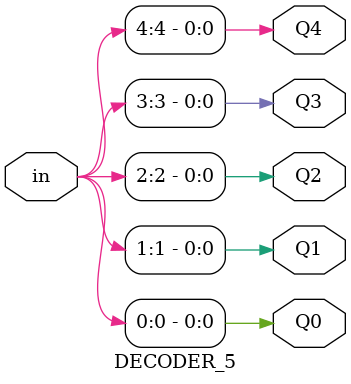
<source format=v>
module DECODER_5(in,Q0,Q1,Q2,Q3,Q4);
    input [4:0] in;
    output Q0,Q1,Q2,Q3,Q4;

    assign Q0 = in[0];
    assign Q1 = in[1];
    assign Q2 = in[2];
    assign Q3 = in[3];
    assign Q4 = in[4];

endmodule


</source>
